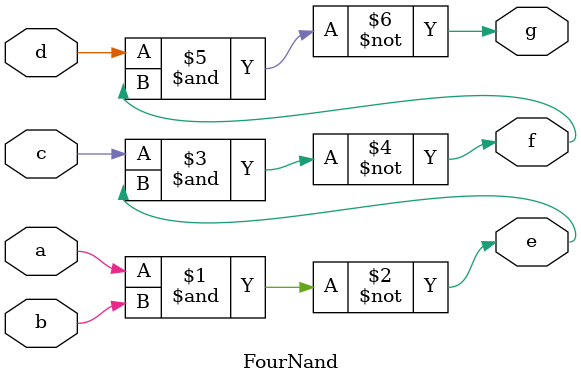
<source format=v>
`timescale 1ns / 1ps

module FourNand(
    input a,b,c,d,
    output e,f,g
    );
assign e=~(a&b);
assign f=~(c&e);
assign g=~(d&f);

endmodule
</source>
